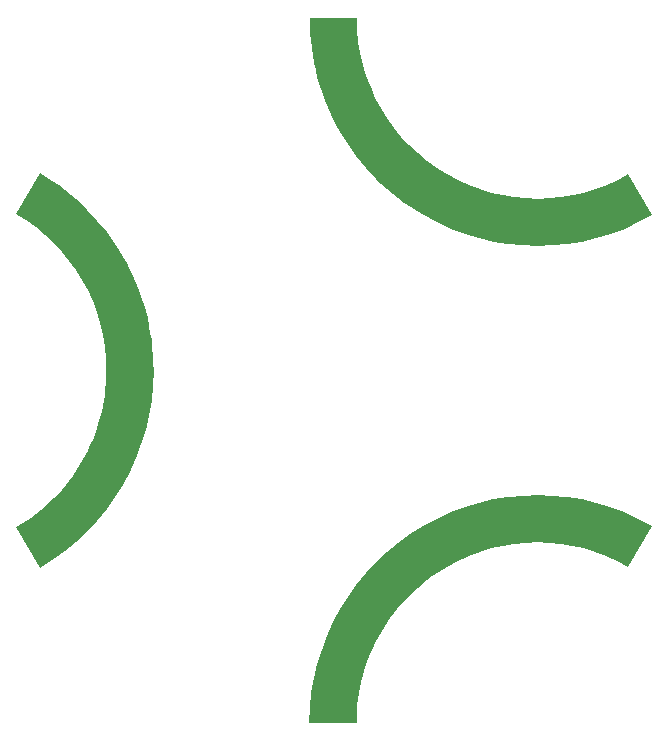
<source format=gbr>
%TF.GenerationSoftware,KiCad,Pcbnew,8.0.8*%
%TF.CreationDate,2025-04-07T12:59:42-04:00*%
%TF.ProjectId,pcb_tile_game_tile_aaa,7063625f-7469-46c6-955f-67616d655f74,1.0*%
%TF.SameCoordinates,Original*%
%TF.FileFunction,Legend,Bot*%
%TF.FilePolarity,Positive*%
%FSLAX46Y46*%
G04 Gerber Fmt 4.6, Leading zero omitted, Abs format (unit mm)*
G04 Created by KiCad (PCBNEW 8.0.8) date 2025-04-07 12:59:42*
%MOMM*%
%LPD*%
G01*
G04 APERTURE LIST*
%ADD10C,0.000000*%
G04 APERTURE END LIST*
D10*
G36*
X166963401Y-93142455D02*
G01*
X166963367Y-93142438D01*
X166963401Y-93142379D01*
X166963401Y-93142455D01*
G37*
G36*
X142032342Y-51146987D02*
G01*
X142133034Y-52155709D01*
X142298900Y-53148963D01*
X142528341Y-54123978D01*
X142819757Y-55077985D01*
X143171549Y-56008213D01*
X143582119Y-56911892D01*
X144049868Y-57786252D01*
X144573196Y-58628523D01*
X145150504Y-59435936D01*
X145780195Y-60205719D01*
X146460667Y-60935103D01*
X147190324Y-61621319D01*
X147967565Y-62261595D01*
X148790791Y-62853162D01*
X149658405Y-63393250D01*
X150559941Y-63874584D01*
X151483867Y-64291738D01*
X152426983Y-64644711D01*
X153386091Y-64933505D01*
X154357993Y-65158119D01*
X155339490Y-65318555D01*
X156327384Y-65414811D01*
X157318476Y-65446890D01*
X158309569Y-65414790D01*
X159297463Y-65318513D01*
X160278959Y-65158058D01*
X161250861Y-64933427D01*
X162209969Y-64644620D01*
X163153084Y-64291637D01*
X164077009Y-63874477D01*
X164978545Y-63393143D01*
X166979186Y-66857620D01*
X165843222Y-67463989D01*
X164678625Y-67989504D01*
X163489484Y-68434164D01*
X162279890Y-68797971D01*
X161053935Y-69080925D01*
X159815708Y-69283027D01*
X158569299Y-69404278D01*
X157318800Y-69444679D01*
X156068301Y-69404230D01*
X154821893Y-69282932D01*
X153583665Y-69080786D01*
X152357709Y-68797792D01*
X151148114Y-68433952D01*
X149958972Y-67989266D01*
X148794374Y-67463736D01*
X147658408Y-66857360D01*
X147105021Y-66525443D01*
X146565311Y-66176784D01*
X146039533Y-65811825D01*
X145527943Y-65431008D01*
X145030797Y-65034776D01*
X144548348Y-64623572D01*
X144080852Y-64197838D01*
X143628564Y-63758015D01*
X143191740Y-63304547D01*
X142770635Y-62837877D01*
X142365503Y-62358445D01*
X141976599Y-61866696D01*
X141604180Y-61363070D01*
X141248500Y-60848011D01*
X140909814Y-60321961D01*
X140588377Y-59785363D01*
X140284445Y-59238658D01*
X139998272Y-58682290D01*
X139730114Y-58116700D01*
X139480225Y-57542331D01*
X139248862Y-56959625D01*
X139036279Y-56369026D01*
X138842731Y-55770974D01*
X138668473Y-55165913D01*
X138513761Y-54554285D01*
X138378849Y-53936533D01*
X138263993Y-53313098D01*
X138169448Y-52684424D01*
X138095469Y-52050952D01*
X138042311Y-51413125D01*
X138010229Y-50771386D01*
X137999479Y-50126176D01*
X137999475Y-50126176D01*
X141998422Y-50125566D01*
X142032342Y-51146987D01*
G37*
G36*
X115694210Y-63613181D02*
G01*
X116233931Y-63961834D01*
X116759726Y-64326784D01*
X117271338Y-64707587D01*
X117768513Y-65103802D01*
X118250995Y-65514988D01*
X118718528Y-65940700D01*
X119170856Y-66380499D01*
X119607725Y-66833940D01*
X120028878Y-67300583D01*
X120434060Y-67779985D01*
X120823016Y-68271704D01*
X121195489Y-68775297D01*
X121551225Y-69290323D01*
X121889968Y-69816340D01*
X122211461Y-70352905D01*
X122515450Y-70899576D01*
X122801679Y-71455911D01*
X123069893Y-72021468D01*
X123319835Y-72595805D01*
X123551251Y-73178480D01*
X123763884Y-73769050D01*
X123957480Y-74367074D01*
X124131782Y-74972108D01*
X124286535Y-75583712D01*
X124421483Y-76201443D01*
X124536372Y-76824858D01*
X124630944Y-77453517D01*
X124704946Y-78086975D01*
X124758120Y-78724793D01*
X124790212Y-79366526D01*
X124800966Y-80011733D01*
X124758120Y-81298694D01*
X124630944Y-82570030D01*
X124421483Y-83822199D01*
X124131782Y-85051657D01*
X123763884Y-86254863D01*
X123319835Y-87428273D01*
X122801679Y-88568344D01*
X122211461Y-89671533D01*
X121551225Y-90734298D01*
X120823016Y-91753095D01*
X120028878Y-92724381D01*
X119170856Y-93644614D01*
X118250995Y-94510251D01*
X117271338Y-95317749D01*
X116233931Y-96063565D01*
X115140819Y-96744155D01*
X115140817Y-96744140D01*
X113140815Y-93279296D01*
X113580071Y-93015862D01*
X114008432Y-92739212D01*
X114425696Y-92449693D01*
X114831665Y-92147650D01*
X115226138Y-91833431D01*
X115608915Y-91507381D01*
X115979797Y-91169846D01*
X116338583Y-90821173D01*
X116685074Y-90461708D01*
X117019069Y-90091797D01*
X117340369Y-89711787D01*
X117648774Y-89322023D01*
X117944084Y-88922852D01*
X118226098Y-88514620D01*
X118494617Y-88097674D01*
X118749442Y-87672359D01*
X118990371Y-87239022D01*
X119217206Y-86798009D01*
X119429745Y-86349666D01*
X119627791Y-85894339D01*
X119811141Y-85432375D01*
X119979597Y-84964121D01*
X120132958Y-84489921D01*
X120271025Y-84010123D01*
X120393597Y-83525072D01*
X120500475Y-83035115D01*
X120591459Y-82540598D01*
X120666349Y-82041868D01*
X120724944Y-81539270D01*
X120767046Y-81033151D01*
X120792453Y-80523856D01*
X120800967Y-80011733D01*
X120767046Y-78990313D01*
X120666349Y-77981594D01*
X120500475Y-76988345D01*
X120271025Y-76013335D01*
X119979597Y-75059336D01*
X119627791Y-74129116D01*
X119217206Y-73225446D01*
X118749442Y-72351095D01*
X118226099Y-71508833D01*
X117648775Y-70701429D01*
X117019070Y-69931655D01*
X116338584Y-69202279D01*
X115608916Y-68516071D01*
X114831666Y-67875801D01*
X114008433Y-67284239D01*
X113140816Y-66744155D01*
X115140819Y-63281266D01*
X115694210Y-63613181D01*
G37*
G36*
X158553512Y-90595803D02*
G01*
X159799921Y-90717053D01*
X161038148Y-90919154D01*
X162264104Y-91202107D01*
X163473697Y-91565913D01*
X164662838Y-92010572D01*
X165827436Y-92536086D01*
X166963367Y-93142438D01*
X164962760Y-96606857D01*
X164061224Y-96125520D01*
X163137299Y-95708359D01*
X162194184Y-95355375D01*
X161235076Y-95066568D01*
X160263174Y-94841937D01*
X159281677Y-94681484D01*
X158293784Y-94585208D01*
X157302692Y-94553110D01*
X156311600Y-94585189D01*
X155323706Y-94681447D01*
X154342209Y-94841883D01*
X153370308Y-95066498D01*
X152411200Y-95355292D01*
X151468084Y-95708265D01*
X150544159Y-96125418D01*
X149642623Y-96606750D01*
X149203368Y-96870186D01*
X148775009Y-97146838D01*
X148357748Y-97436359D01*
X147951782Y-97738404D01*
X147557313Y-98052626D01*
X147174541Y-98378680D01*
X146803665Y-98716218D01*
X146444884Y-99064894D01*
X146098400Y-99424363D01*
X145764411Y-99794278D01*
X145443119Y-100174292D01*
X145134721Y-100564060D01*
X144839419Y-100963236D01*
X144557413Y-101371472D01*
X144288901Y-101788423D01*
X144034085Y-102213743D01*
X143793163Y-102647084D01*
X143566336Y-103088102D01*
X143353804Y-103536450D01*
X143155767Y-103991781D01*
X142972423Y-104453749D01*
X142803974Y-104922009D01*
X142650620Y-105396213D01*
X142512559Y-105876016D01*
X142389992Y-106361071D01*
X142283118Y-106851032D01*
X142192139Y-107345553D01*
X142117253Y-107844287D01*
X142058660Y-108346889D01*
X142016560Y-108853011D01*
X141991154Y-109362309D01*
X141982640Y-109874435D01*
X137983690Y-109873901D01*
X138026522Y-108586955D01*
X138153659Y-107315658D01*
X138363060Y-106063551D01*
X138652683Y-104834172D01*
X139020489Y-103631061D01*
X139464436Y-102457757D01*
X139982482Y-101317799D01*
X140572587Y-100214727D01*
X141232710Y-99152079D01*
X141960810Y-98133395D01*
X142754845Y-97162214D01*
X143612775Y-96242076D01*
X144532559Y-95376519D01*
X145512156Y-94569083D01*
X146549524Y-93823307D01*
X147642623Y-93142730D01*
X148778588Y-92536355D01*
X149943187Y-92010823D01*
X151132329Y-91566137D01*
X152341923Y-91202296D01*
X153567879Y-90919301D01*
X154806106Y-90717154D01*
X156052515Y-90595855D01*
X157303014Y-90555404D01*
X158553512Y-90595803D01*
G37*
M02*

</source>
